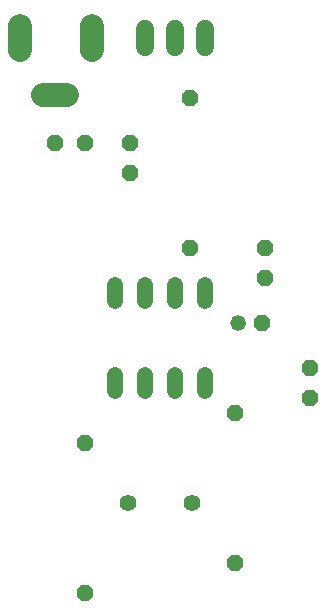
<source format=gbr>
G04 EAGLE Gerber RS-274X export*
G75*
%MOMM*%
%FSLAX34Y34*%
%LPD*%
%INTop Copper*%
%IPPOS*%
%AMOC8*
5,1,8,0,0,1.08239X$1,22.5*%
G01*
%ADD10P,1.429621X8X22.500000*%
%ADD11C,1.320800*%
%ADD12P,1.429621X8X292.500000*%
%ADD13P,1.429621X8X112.500000*%
%ADD14C,1.320800*%
%ADD15C,1.524000*%
%ADD16C,2.000000*%
%ADD17C,1.400000*%
%ADD18C,0.152400*%


D10*
X289560Y495300D03*
D11*
X269240Y495300D03*
D12*
X292100Y558800D03*
X292100Y533400D03*
D13*
X177800Y622300D03*
X177800Y647700D03*
D10*
X114300Y647700D03*
X139700Y647700D03*
D14*
X165100Y451104D02*
X165100Y437896D01*
X190500Y437896D02*
X190500Y451104D01*
X190500Y514096D02*
X190500Y527304D01*
X165100Y527304D02*
X165100Y514096D01*
X215900Y451104D02*
X215900Y437896D01*
X241300Y437896D02*
X241300Y451104D01*
X215900Y514096D02*
X215900Y527304D01*
X241300Y527304D02*
X241300Y514096D01*
D15*
X190500Y728980D02*
X190500Y744220D01*
X215900Y744220D02*
X215900Y728980D01*
X241300Y728980D02*
X241300Y744220D01*
D16*
X145300Y746600D02*
X145300Y726600D01*
X84300Y726600D02*
X84300Y746600D01*
X104300Y688600D02*
X124300Y688600D01*
D17*
X230200Y342900D03*
X176200Y342900D03*
D13*
X330200Y431800D03*
X330200Y457200D03*
D12*
X139700Y393700D03*
X139700Y266700D03*
X266700Y419100D03*
X266700Y292100D03*
D13*
X228600Y558800D03*
X228600Y685800D03*
D18*
X215900Y444500D02*
X216408Y443484D01*
M02*

</source>
